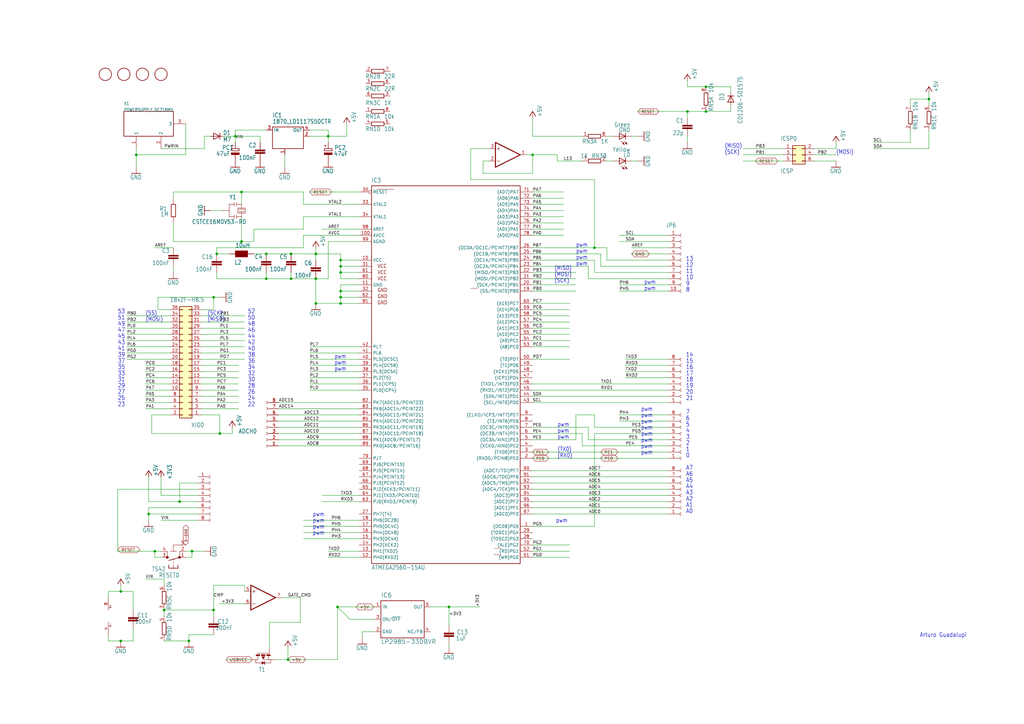
<source format=kicad_sch>
(kicad_sch (version 20211123) (generator eeschema)
  (paper "A3")
  (junction (at 60.96 210.82))
  (junction (at 184.15 248.92))
  (junction (at 109.22 104.14))
  (junction (at 99.06 78.74))
  (junction (at 139.7 121.92))
  (junction (at 139.7 119.38))
  (junction (at 129.54 124.46))
  (junction (at 73.66 205.74))
  (junction (at 139.7 124.46))
  (junction (at 77.47 262.89))
  (junction (at 55.88 63.5))
  (junction (at 129.54 114.3))
  (junction (at 88.9 104.14))
  (junction (at 87.63 121.92))
  (junction (at 119.38 114.3))
  (junction (at 281.94 45.72))
  (junction (at 243.84 101.6))
  (junction (at 118.11 270.51))
  (junction (at 138.43 248.92))
  (junction (at 87.63 250.19))
  (junction (at 63.5 226.06))
  (junction (at 90.17 177.8))
  (junction (at 119.38 104.14))
  (junction (at 96.52 55.88))
  (junction (at 109.22 114.3))
  (junction (at 139.7 106.68))
  (junction (at 218.44 63.5))
  (junction (at 381 40.64))
  (junction (at 139.7 109.22))
  (junction (at 129.54 104.14))
  (junction (at 289.56 35.56))
  (junction (at 49.53 262.89))
  (junction (at 139.7 111.76))
  (junction (at 99.06 99.06))
  (junction (at 78.74 226.06))
  (junction (at 134.62 55.88))
  (junction (at 289.56 45.72))
  (junction (at 49.53 242.57))
  (junction (at 67.31 250.19))
  (wire (pts (xy 233.68 226.06) (xy 218.44 226.06)))
  (wire (pts (xy 274.32 111.76) (xy 243.84 111.76)))
  (wire (pts (xy 321.31 66.04) (xy 304.8 66.04)))
  (wire (pts (xy 99.06 99.06) (xy 99.06 88.9)))
  (wire (pts (xy 127 55.88) (xy 134.62 55.88)))
  (wire (pts (xy 113.03 270.51) (xy 118.11 270.51)))
  (wire (pts (xy 52.07 134.62) (xy 69.85 134.62)))
  (wire (pts (xy 118.11 270.51) (xy 138.43 270.51)))
  (wire (pts (xy 88.9 114.3) (xy 88.9 111.76)))
  (wire (pts (xy 218.44 48.26) (xy 218.44 55.88)))
  (wire (pts (xy 153.67 259.08) (xy 148.59 259.08)))
  (wire (pts (xy 71.12 111.76) (xy 71.12 109.22)))
  (wire (pts (xy 52.07 129.54) (xy 69.85 129.54)))
  (wire (pts (xy 231.14 81.28) (xy 218.44 81.28)))
  (wire (pts (xy 238.76 177.8) (xy 218.44 177.8)))
  (wire (pts (xy 129.54 104.14) (xy 129.54 106.68)))
  (wire (pts (xy 134.62 228.6) (xy 147.32 228.6)))
  (wire (pts (xy 114.3 165.1) (xy 147.32 165.1)))
  (wire (pts (xy 86.36 86.36) (xy 91.44 86.36)))
  (wire (pts (xy 147.32 88.9) (xy 124.46 88.9)))
  (wire (pts (xy 83.82 55.88) (xy 86.36 55.88)))
  (wire (pts (xy 147.32 114.3) (xy 139.7 114.3)))
  (wire (pts (xy 274.32 157.48) (xy 218.44 157.48)))
  (wire (pts (xy 241.3 180.34) (xy 241.3 175.26)))
  (wire (pts (xy 243.84 73.66) (xy 193.04 73.66)))
  (wire (pts (xy 342.9 58.42) (xy 342.9 60.96)))
  (wire (pts (xy 274.32 205.74) (xy 218.44 205.74)))
  (wire (pts (xy 281.94 55.88) (xy 281.94 58.42)))
  (wire (pts (xy 143.51 254) (xy 153.67 254)))
  (wire (pts (xy 218.44 208.28) (xy 274.32 208.28)))
  (wire (pts (xy 82.55 134.62) (xy 100.33 134.62)))
  (wire (pts (xy 218.44 96.52) (xy 231.14 96.52)))
  (wire (pts (xy 274.32 172.72) (xy 254 172.72)))
  (wire (pts (xy 81.28 203.2) (xy 66.04 203.2)))
  (wire (pts (xy 138.43 270.51) (xy 138.43 248.92)))
  (wire (pts (xy 96.52 58.42) (xy 96.52 55.88)))
  (wire (pts (xy 60.96 208.28) (xy 60.96 210.82)))
  (wire (pts (xy 100.33 247.65) (xy 90.17 247.65)))
  (wire (pts (xy 124.46 220.98) (xy 147.32 220.98)))
  (wire (pts (xy 198.12 66.04) (xy 198.12 71.12)))
  (wire (pts (xy 78.74 226.06) (xy 83.82 226.06)))
  (wire (pts (xy 87.63 121.92) (xy 87.63 127)))
  (wire (pts (xy 82.55 139.7) (xy 100.33 139.7)))
  (wire (pts (xy 81.28 205.74) (xy 73.66 205.74)))
  (wire (pts (xy 106.68 55.88) (xy 96.52 55.88)))
  (wire (pts (xy 52.07 139.7) (xy 69.85 139.7)))
  (wire (pts (xy 138.43 248.92) (xy 153.67 248.92)))
  (wire (pts (xy 139.7 121.92) (xy 139.7 124.46)))
  (wire (pts (xy 62.23 170.18) (xy 69.85 170.18)))
  (wire (pts (xy 62.23 170.18) (xy 62.23 177.8)))
  (wire (pts (xy 76.2 63.5) (xy 76.2 50.8)))
  (wire (pts (xy 139.7 116.84) (xy 139.7 119.38)))
  (wire (pts (xy 373.38 40.64) (xy 381 40.64)))
  (wire (pts (xy 54.61 257.81) (xy 54.61 262.89)))
  (wire (pts (xy 114.3 182.88) (xy 147.32 182.88)))
  (wire (pts (xy 59.69 160.02) (xy 69.85 160.02)))
  (wire (pts (xy 100.33 242.57) (xy 100.33 240.03)))
  (wire (pts (xy 82.55 144.78) (xy 100.33 144.78)))
  (wire (pts (xy 132.08 205.74) (xy 147.32 205.74)))
  (wire (pts (xy 261.62 66.04) (xy 259.08 66.04)))
  (wire (pts (xy 76.2 228.6) (xy 78.74 228.6)))
  (wire (pts (xy 81.28 208.28) (xy 60.96 208.28)))
  (wire (pts (xy 334.01 66.04) (xy 342.9 66.04)))
  (wire (pts (xy 193.04 60.96) (xy 200.66 60.96)))
  (wire (pts (xy 64.77 127) (xy 64.77 121.92)))
  (wire (pts (xy 104.14 93.98) (xy 104.14 99.06)))
  (wire (pts (xy 48.26 226.06) (xy 48.26 200.66)))
  (wire (pts (xy 147.32 160.02) (xy 127 160.02)))
  (wire (pts (xy 87.63 121.92) (xy 90.17 121.92)))
  (wire (pts (xy 236.22 119.38) (xy 218.44 119.38)))
  (wire (pts (xy 139.7 106.68) (xy 139.7 104.14)))
  (wire (pts (xy 66.04 60.96) (xy 83.82 60.96)))
  (wire (pts (xy 132.08 203.2) (xy 147.32 203.2)))
  (wire (pts (xy 147.32 180.34) (xy 114.3 180.34)))
  (wire (pts (xy 218.44 195.58) (xy 274.32 195.58)))
  (wire (pts (xy 381 43.18) (xy 381 40.64)))
  (wire (pts (xy 104.14 99.06) (xy 99.06 99.06)))
  (wire (pts (xy 358.14 60.96) (xy 381 60.96)))
  (wire (pts (xy 147.32 167.64) (xy 114.3 167.64)))
  (wire (pts (xy 238.76 182.88) (xy 274.32 182.88)))
  (wire (pts (xy 274.32 104.14) (xy 259.08 104.14)))
  (wire (pts (xy 138.43 248.92) (xy 143.51 254)))
  (wire (pts (xy 139.7 119.38) (xy 139.7 121.92)))
  (wire (pts (xy 274.32 160.02) (xy 218.44 160.02)))
  (wire (pts (xy 99.06 99.06) (xy 71.12 99.06)))
  (wire (pts (xy 97.79 149.86) (xy 82.55 149.86)))
  (wire (pts (xy 52.07 132.08) (xy 69.85 132.08)))
  (wire (pts (xy 373.38 58.42) (xy 358.14 58.42)))
  (wire (pts (xy 274.32 96.52) (xy 254 96.52)))
  (wire (pts (xy 49.53 262.89) (xy 44.45 262.89)))
  (wire (pts (xy 218.44 63.5) (xy 215.9 63.5)))
  (wire (pts (xy 241.3 175.26) (xy 218.44 175.26)))
  (wire (pts (xy 71.12 78.74) (xy 99.06 78.74)))
  (wire (pts (xy 52.07 137.16) (xy 69.85 137.16)))
  (wire (pts (xy 88.9 101.6) (xy 124.46 101.6)))
  (wire (pts (xy 82.55 162.56) (xy 97.79 162.56)))
  (wire (pts (xy 289.56 45.72) (xy 281.94 45.72)))
  (wire (pts (xy 243.84 215.9) (xy 218.44 215.9)))
  (wire (pts (xy 248.92 106.68) (xy 274.32 106.68)))
  (wire (pts (xy 281.94 48.26) (xy 281.94 45.72)))
  (wire (pts (xy 274.32 165.1) (xy 218.44 165.1)))
  (wire (pts (xy 66.04 213.36) (xy 81.28 213.36)))
  (wire (pts (xy 184.15 248.92) (xy 184.15 256.54)))
  (wire (pts (xy 147.32 142.24) (xy 127 142.24)))
  (wire (pts (xy 87.63 127) (xy 82.55 127)))
  (wire (pts (xy 274.32 175.26) (xy 243.84 175.26)))
  (wire (pts (xy 87.63 240.03) (xy 100.33 240.03)))
  (wire (pts (xy 233.68 139.7) (xy 218.44 139.7)))
  (wire (pts (xy 127 157.48) (xy 147.32 157.48)))
  (wire (pts (xy 119.38 114.3) (xy 129.54 114.3)))
  (wire (pts (xy 52.07 144.78) (xy 69.85 144.78)))
  (wire (pts (xy 139.7 111.76) (xy 139.7 109.22)))
  (wire (pts (xy 119.38 114.3) (xy 109.22 114.3)))
  (wire (pts (xy 106.68 55.88) (xy 106.68 58.42)))
  (wire (pts (xy 236.22 116.84) (xy 218.44 116.84)))
  (wire (pts (xy 119.38 104.14) (xy 129.54 104.14)))
  (wire (pts (xy 198.12 71.12) (xy 218.44 71.12)))
  (wire (pts (xy 87.63 250.19) (xy 87.63 240.03)))
  (wire (pts (xy 127 53.34) (xy 134.62 53.34)))
  (wire (pts (xy 228.6 63.5) (xy 228.6 66.04)))
  (wire (pts (xy 233.68 134.62) (xy 218.44 134.62)))
  (wire (pts (xy 236.22 114.3) (xy 218.44 114.3)))
  (wire (pts (xy 110.49 265.43) (xy 110.49 255.27)))
  (wire (pts (xy 147.32 119.38) (xy 139.7 119.38)))
  (wire (pts (xy 256.54 149.86) (xy 274.32 149.86)))
  (wire (pts (xy 147.32 154.94) (xy 127 154.94)))
  (wire (pts (xy 373.38 43.18) (xy 373.38 40.64)))
  (wire (pts (xy 254 116.84) (xy 274.32 116.84)))
  (wire (pts (xy 231.14 91.44) (xy 218.44 91.44)))
  (wire (pts (xy 109.22 53.34) (xy 96.52 53.34)))
  (wire (pts (xy 248.92 101.6) (xy 248.92 106.68)))
  (wire (pts (xy 243.84 73.66) (xy 243.84 101.6)))
  (wire (pts (xy 233.68 127) (xy 218.44 127)))
  (wire (pts (xy 124.46 101.6) (xy 124.46 96.52)))
  (wire (pts (xy 124.46 96.52) (xy 147.32 96.52)))
  (wire (pts (xy 218.44 109.22) (xy 241.3 109.22)))
  (wire (pts (xy 67.31 240.03) (xy 67.31 237.49)))
  (wire (pts (xy 114.3 172.72) (xy 147.32 172.72)))
  (wire (pts (xy 116.84 63.5) (xy 116.84 68.58)))
  (wire (pts (xy 119.38 111.76) (xy 119.38 114.3)))
  (wire (pts (xy 218.44 203.2) (xy 274.32 203.2)))
  (wire (pts (xy 193.04 73.66) (xy 193.04 60.96)))
  (wire (pts (xy 231.14 78.74) (xy 218.44 78.74)))
  (wire (pts (xy 241.3 109.22) (xy 241.3 114.3)))
  (wire (pts (xy 66.04 203.2) (xy 66.04 195.58)))
  (wire (pts (xy 60.96 210.82) (xy 60.96 213.36)))
  (wire (pts (xy 176.53 248.92) (xy 184.15 248.92)))
  (wire (pts (xy 147.32 116.84) (xy 139.7 116.84)))
  (wire (pts (xy 231.14 93.98) (xy 218.44 93.98)))
  (wire (pts (xy 233.68 137.16) (xy 218.44 137.16)))
  (wire (pts (xy 54.61 242.57) (xy 54.61 250.19)))
  (wire (pts (xy 63.5 226.06) (xy 48.26 226.06)))
  (wire (pts (xy 49.53 242.57) (xy 54.61 242.57)))
  (wire (pts (xy 243.84 175.26) (xy 243.84 170.18)))
  (wire (pts (xy 123.19 255.27) (xy 110.49 255.27)))
  (wire (pts (xy 109.22 114.3) (xy 88.9 114.3)))
  (wire (pts (xy 218.44 71.12) (xy 218.44 63.5)))
  (wire (pts (xy 59.69 152.4) (xy 69.85 152.4)))
  (wire (pts (xy 139.7 106.68) (xy 147.32 106.68)))
  (wire (pts (xy 82.55 152.4) (xy 97.79 152.4)))
  (wire (pts (xy 59.69 237.49) (xy 67.31 237.49)))
  (wire (pts (xy 134.62 114.3) (xy 129.54 114.3)))
  (wire (pts (xy 95.25 177.8) (xy 95.25 175.26)))
  (wire (pts (xy 115.57 245.11) (xy 123.19 245.11)))
  (wire (pts (xy 274.32 101.6) (xy 259.08 101.6)))
  (wire (pts (xy 90.17 177.8) (xy 90.17 170.18)))
  (wire (pts (xy 274.32 119.38) (xy 254 119.38)))
  (wire (pts (xy 67.31 250.19) (xy 67.31 252.73)))
  (wire (pts (xy 119.38 104.14) (xy 109.22 104.14)))
  (wire (pts (xy 123.19 245.11) (xy 123.19 255.27)))
  (wire (pts (xy 274.32 185.42) (xy 218.44 185.42)))
  (wire (pts (xy 59.69 157.48) (xy 69.85 157.48)))
  (wire (pts (xy 218.44 63.5) (xy 228.6 63.5)))
  (wire (pts (xy 71.12 99.06) (xy 71.12 91.44)))
  (wire (pts (xy 147.32 121.92) (xy 139.7 121.92)))
  (wire (pts (xy 299.72 45.72) (xy 299.72 43.18)))
  (wire (pts (xy 147.32 109.22) (xy 139.7 109.22)))
  (wire (pts (xy 373.38 58.42) (xy 373.38 53.34)))
  (wire (pts (xy 100.33 142.24) (xy 82.55 142.24)))
  (wire (pts (xy 82.55 137.16) (xy 100.33 137.16)))
  (wire (pts (xy 55.88 63.5) (xy 55.88 68.58)))
  (wire (pts (xy 129.54 101.6) (xy 129.54 104.14)))
  (wire (pts (xy 59.69 165.1) (xy 69.85 165.1)))
  (wire (pts (xy 54.61 262.89) (xy 49.53 262.89)))
  (wire (pts (xy 236.22 111.76) (xy 218.44 111.76)))
  (wire (pts (xy 100.33 132.08) (xy 82.55 132.08)))
  (wire (pts (xy 147.32 111.76) (xy 139.7 111.76)))
  (wire (pts (xy 231.14 88.9) (xy 218.44 88.9)))
  (wire (pts (xy 233.68 228.6) (xy 218.44 228.6)))
  (wire (pts (xy 44.45 262.89) (xy 44.45 260.35)))
  (wire (pts (xy 274.32 147.32) (xy 256.54 147.32)))
  (wire (pts (xy 124.46 215.9) (xy 147.32 215.9)))
  (wire (pts (xy 254 99.06) (xy 274.32 99.06)))
  (wire (pts (xy 236.22 170.18) (xy 236.22 180.34)))
  (wire (pts (xy 81.28 210.82) (xy 60.96 210.82)))
  (wire (pts (xy 289.56 35.56) (xy 299.72 35.56)))
  (wire (pts (xy 241.3 114.3) (xy 274.32 114.3)))
  (wire (pts (xy 147.32 149.86) (xy 127 149.86)))
  (wire (pts (xy 59.69 154.94) (xy 69.85 154.94)))
  (wire (pts (xy 109.22 114.3) (xy 109.22 111.76)))
  (wire (pts (xy 64.77 127) (xy 69.85 127)))
  (wire (pts (xy 274.32 109.22) (xy 246.38 109.22)))
  (wire (pts (xy 104.14 104.14) (xy 109.22 104.14)))
  (wire (pts (xy 87.63 250.19) (xy 87.63 252.73)))
  (wire (pts (xy 49.53 242.57) (xy 44.45 242.57)))
  (wire (pts (xy 96.52 55.88) (xy 96.52 53.34)))
  (wire (pts (xy 281.94 35.56) (xy 281.94 33.02)))
  (wire (pts (xy 134.62 99.06) (xy 134.62 114.3)))
  (wire (pts (xy 71.12 81.28) (xy 71.12 78.74)))
  (wire (pts (xy 55.88 60.96) (xy 55.88 63.5)))
  (wire (pts (xy 83.82 60.96) (xy 83.82 55.88)))
  (wire (pts (xy 218.44 106.68) (xy 243.84 106.68)))
  (wire (pts (xy 118.11 270.51) (xy 118.11 265.43)))
  (wire (pts (xy 236.22 180.34) (xy 218.44 180.34)))
  (wire (pts (xy 124.46 88.9) (xy 124.46 93.98)))
  (wire (pts (xy 147.32 93.98) (xy 132.08 93.98)))
  (wire (pts (xy 63.5 228.6) (xy 66.04 228.6)))
  (wire (pts (xy 90.17 177.8) (xy 95.25 177.8)))
  (wire (pts (xy 104.14 93.98) (xy 124.46 93.98)))
  (wire (pts (xy 81.28 198.12) (xy 73.66 198.12)))
  (wire (pts (xy 281.94 45.72) (xy 261.62 45.72)))
  (wire (pts (xy 127 152.4) (xy 147.32 152.4)))
  (wire (pts (xy 59.69 149.86) (xy 69.85 149.86)))
  (wire (pts (xy 62.23 177.8) (xy 90.17 177.8)))
  (wire (pts (xy 274.32 187.96) (xy 218.44 187.96)))
  (wire (pts (xy 256.54 154.94) (xy 274.32 154.94)))
  (wire (pts (xy 218.44 101.6) (xy 243.84 101.6)))
  (wire (pts (xy 184.15 248.92) (xy 196.85 248.92)))
  (wire (pts (xy 184.15 264.16) (xy 184.15 265.43)))
  (wire (pts (xy 218.44 198.12) (xy 274.32 198.12)))
  (wire (pts (xy 100.33 129.54) (xy 82.55 129.54)))
  (wire (pts (xy 200.66 66.04) (xy 198.12 66.04)))
  (wire (pts (xy 99.06 83.82) (xy 99.06 78.74)))
  (wire (pts (xy 78.74 228.6) (xy 78.74 226.06)))
  (wire (pts (xy 127 147.32) (xy 147.32 147.32)))
  (wire (pts (xy 52.07 142.24) (xy 69.85 142.24)))
  (wire (pts (xy 238.76 177.8) (xy 238.76 182.88)))
  (wire (pts (xy 77.47 262.89) (xy 77.47 260.35)))
  (wire (pts (xy 289.56 35.56) (xy 281.94 35.56)))
  (wire (pts (xy 99.06 78.74) (xy 124.46 78.74)))
  (wire (pts (xy 129.54 104.14) (xy 139.7 104.14)))
  (wire (pts (xy 82.55 165.1) (xy 97.79 165.1)))
  (wire (pts (xy 87.63 260.35) (xy 77.47 260.35)))
  (wire (pts (xy 251.46 66.04) (xy 248.92 66.04)))
  (wire (pts (xy 73.66 205.74) (xy 60.96 205.74)))
  (wire (pts (xy 60.96 205.74) (xy 60.96 195.58)))
  (wire (pts (xy 71.12 101.6) (xy 63.5 101.6)))
  (wire (pts (xy 44.45 242.57) (xy 44.45 245.11)))
  (wire (pts (xy 124.46 213.36) (xy 147.32 213.36)))
  (wire (pts (xy 59.69 162.56) (xy 69.85 162.56)))
  (wire (pts (xy 93.98 104.14) (xy 88.9 104.14)))
  (wire (pts (xy 334.01 60.96) (xy 342.9 60.96)))
  (wire (pts (xy 321.31 63.5) (xy 304.8 63.5)))
  (wire (pts (xy 274.32 200.66) (xy 218.44 200.66)))
  (wire (pts (xy 124.46 78.74) (xy 124.46 83.82)))
  (wire (pts (xy 274.32 177.8) (xy 243.84 177.8)))
  (wire (pts (xy 147.32 175.26) (xy 114.3 175.26)))
  (wire (pts (xy 233.68 129.54) (xy 218.44 129.54)))
  (wire (pts (xy 52.07 147.32) (xy 69.85 147.32)))
  (wire (pts (xy 48.26 200.66) (xy 81.28 200.66)))
  (wire (pts (xy 243.84 170.18) (xy 236.22 170.18)))
  (wire (pts (xy 142.24 50.8) (xy 142.24 55.88)))
  (wire (pts (xy 124.46 218.44) (xy 147.32 218.44)))
  (wire (pts (xy 233.68 223.52) (xy 218.44 223.52)))
  (wire (pts (xy 139.7 124.46) (xy 129.54 124.46)))
  (wire (pts (xy 59.69 167.64) (xy 69.85 167.64)))
  (wire (pts (xy 114.3 177.8) (xy 147.32 177.8)))
  (wire (pts (xy 299.72 35.56) (xy 299.72 38.1)))
  (wire (pts (xy 55.88 63.5) (xy 76.2 63.5)))
  (wire (pts (xy 92.71 270.51) (xy 102.87 270.51)))
  (wire (pts (xy 90.17 170.18) (xy 82.55 170.18)))
  (wire (pts (xy 87.63 250.19) (xy 67.31 250.19)))
  (wire (pts (xy 49.53 240.03) (xy 49.53 242.57)))
  (wire (pts (xy 134.62 53.34) (xy 134.62 55.88)))
  (wire (pts (xy 67.31 262.89) (xy 77.47 262.89)))
  (wire (pts (xy 73.66 198.12) (xy 73.66 205.74)))
  (wire (pts (xy 147.32 170.18) (xy 114.3 170.18)))
  (wire (pts (xy 243.84 111.76) (xy 243.84 106.68)))
  (wire (pts (xy 91.44 55.88) (xy 96.52 55.88)))
  (wire (pts (xy 381 40.64) (xy 381 38.1)))
  (wire (pts (xy 246.38 109.22) (xy 246.38 104.14)))
  (wire (pts (xy 139.7 109.22) (xy 139.7 106.68)))
  (wire (pts (xy 124.46 83.82) (xy 147.32 83.82)))
  (wire (pts (xy 261.62 55.88) (xy 259.08 55.88)))
  (wire (pts (xy 274.32 180.34) (xy 241.3 180.34)))
  (wire (pts (xy 66.04 226.06) (xy 63.5 226.06)))
  (wire (pts (xy 148.59 259.08) (xy 148.59 261.62)))
  (wire (pts (xy 82.55 154.94) (xy 97.79 154.94)))
  (wire (pts (xy 233.68 124.46) (xy 218.44 124.46)))
  (wire (pts (xy 134.62 55.88) (xy 142.24 55.88)))
  (wire (pts (xy 82.55 167.64) (xy 97.79 167.64)))
  (wire (pts (xy 64.77 121.92) (xy 87.63 121.92)))
  (wire (pts (xy 82.55 157.48) (xy 97.79 157.48)))
  (wire (pts (xy 63.5 226.06) (xy 63.5 228.6)))
  (wire (pts (xy 97.79 160.02) (xy 82.55 160.02)))
  (wire (pts (xy 231.14 83.82) (xy 218.44 83.82)))
  (wire (pts (xy 147.32 144.78) (xy 127 144.78)))
  (wire (pts (xy 82.55 147.32) (xy 100.33 147.32)))
  (wire (pts (xy 251.46 55.88) (xy 248.92 55.88)))
  (wire (pts (xy 127 78.74) (xy 147.32 78.74)))
  (wire (pts (xy 147.32 99.06) (xy 134.62 99.06)))
  (wire (pts (xy 78.74 226.06) (xy 76.2 226.06)))
  (wire (pts (xy 274.32 170.18) (xy 254 170.18)))
  (wire (pts (xy 233.68 142.24) (xy 218.44 142.24)))
  (wire (pts (xy 274.32 210.82) (xy 218.44 210.82)))
  (wire (pts (xy 256.54 152.4) (xy 274.32 152.4)))
  (wire (pts (xy 228.6 66.04) (xy 238.76 66.04)))
  (wire (pts (xy 147.32 124.46) (xy 139.7 124.46)))
  (wire (pts (xy 243.84 101.6) (xy 248.92 101.6)))
  (wire (pts (xy 231.14 86.36) (xy 218.44 86.36)))
  (wire (pts (xy 218.44 104.14) (xy 246.38 104.14)))
  (wire (pts (xy 243.84 215.9) (xy 243.84 177.8)))
  (wire (pts (xy 134.62 226.06) (xy 147.32 226.06)))
  (wire (pts (xy 218.44 55.88) (xy 238.76 55.88)))
  (wire (pts (xy 88.9 104.14) (xy 88.9 101.6)))
  (wire (pts (xy 129.54 124.46) (xy 129.54 114.3)))
  (wire (pts (xy 274.32 193.04) (xy 218.44 193.04)))
  (wire (pts (xy 139.7 114.3) (xy 139.7 111.76)))
  (wire (pts (xy 233.68 132.08) (xy 218.44 132.08)))
  (wire (pts (xy 304.8 60.96) (xy 321.31 60.96)))
  (wire (pts (xy 381 53.34) (xy 381 60.96)))
  (wire (pts (xy 134.62 58.42) (xy 134.62 55.88)))
  (wire (pts (xy 289.56 45.72) (xy 299.72 45.72)))
  (wire (pts (xy 274.32 162.56) (xy 218.44 162.56)))
  (wire (pts (xy 334.01 63.5) (xy 342.9 63.5)))
  (wire (pts (xy 233.68 147.32) (xy 218.44 147.32)))
  (text "pwm" (at 137.16 152.4 180) (effects (font (size 1.6764 1.4249)) (justify left bottom)))
  (text "pwm" (at 228.6 177.8 180) (effects (font (size 1.6764 1.4249)) (justify left bottom)))
  (text "(SS)" (at 59.69 129.54 180) (effects (font (size 1.6764 1.4249)) (justify left bottom)))
  (text "3" (at 281.305 180.34 180) (effects (font (size 1.778 1.5113)) (justify left bottom)))
  (text "50" (at 101.6 131.445 180) (effects (font (size 1.778 1.5113)) (justify left bottom)))
  (text "pwm" (at 264.16 119.38 180) (effects (font (size 1.6764 1.4249)) (justify left bottom)))
  (text "52" (at 101.6 128.905 180) (effects (font (size 1.778 1.5113)) (justify left bottom)))
  (text "A5" (at 281.305 198.12 180) (effects (font (size 1.778 1.5113)) (justify left bottom)))
  (text "pwm" (at 128.27 217.17 180) (effects (font (size 1.6764 1.4249)) (justify left bottom)))
  (text "19" (at 281.305 159.385 180) (effects (font (size 1.778 1.5113)) (justify left bottom)))
  (text "18" (at 281.305 156.845 180) (effects (font (size 1.778 1.5113)) (justify left bottom)))
  (text "53" (at 48.26 128.905 180) (effects (font (size 1.778 1.5113)) (justify left bottom)))
  (text "35" (at 48.26 151.765 180) (effects (font (size 1.778 1.5113)) (justify left bottom)))
  (text "(MOSI)" (at 59.69 132.08 180) (effects (font (size 1.6764 1.4249)) (justify left bottom)))
  (text "(SCK)" (at 297.18 63.5 180) (effects (font (size 1.6764 1.4249)) (justify left bottom)))
  (text "45" (at 48.26 139.065 180) (effects (font (size 1.778 1.5113)) (justify left bottom)))
  (text "4" (at 281.305 177.8 180) (effects (font (size 1.778 1.5113)) (justify left bottom)))
  (text "47" (at 48.26 136.525 180) (effects (font (size 1.778 1.5113)) (justify left bottom)))
  (text "pwm" (at 227.965 214.63 180) (effects (font (size 1.6764 1.4249)) (justify left bottom)))
  (text "A1" (at 281.305 208.28 180) (effects (font (size 1.778 1.5113)) (justify left bottom)))
  (text "A6" (at 281.305 195.58 180) (effects (font (size 1.778 1.5113)) (justify left bottom)))
  (text "pwm" (at 262.89 181.61 180) (effects (font (size 1.6764 1.4249)) (justify left bottom)))
  (text "37" (at 48.26 149.225 180) (effects (font (size 1.778 1.5113)) (justify left bottom)))
  (text "A3" (at 281.305 203.2 180) (effects (font (size 1.778 1.5113)) (justify left bottom)))
  (text "17" (at 281.305 154.305 180) (effects (font (size 1.778 1.5113)) (justify left bottom)))
  (text "22" (at 101.6 167.005 180) (effects (font (size 1.778 1.5113)) (justify left bottom)))
  (text "(TX0)" (at 228.6 185.42 180) (effects (font (size 1.6764 1.4249)) (justify left bottom)))
  (text "(MISO)" (at 297.18 60.96 180) (effects (font (size 1.6764 1.4249)) (justify left bottom)))
  (text "0" (at 281.305 187.96 180) (effects (font (size 1.778 1.5113)) (justify left bottom)))
  (text "A4" (at 281.305 200.66 180) (effects (font (size 1.778 1.5113)) (justify left bottom)))
  (text "36" (at 101.6 149.225 180) (effects (font (size 1.778 1.5113)) (justify left bottom)))
  (text "(MISO)" (at 227.33 111.125 180) (effects (font (size 1.6764 1.4249)) (justify left bottom)))
  (text "A0" (at 281.305 210.82 180) (effects (font (size 1.778 1.5113)) (justify left bottom)))
  (text "26" (at 101.6 161.925 180) (effects (font (size 1.778 1.5113)) (justify left bottom)))
  (text "pwm" (at 262.89 173.99 180) (effects (font (size 1.6764 1.4249)) (justify left bottom)))
  (text "pwm" (at 262.89 168.91 180) (effects (font (size 1.6764 1.4249)) (justify left bottom)))
  (text "24" (at 101.6 164.465 180) (effects (font (size 1.778 1.5113)) (justify left bottom)))
  (text "46" (at 101.6 136.525 180) (effects (font (size 1.778 1.5113)) (justify left bottom)))
  (text "pwm" (at 262.89 179.07 180) (effects (font (size 1.6764 1.4249)) (justify left bottom)))
  (text "11" (at 281.305 112.395 180) (effects (font (size 1.778 1.5113)) (justify left bottom)))
  (text "(RX0)" (at 228.6 187.96 180) (effects (font (size 1.6764 1.4249)) (justify left bottom)))
  (text "13" (at 281.305 107.315 180) (effects (font (size 1.778 1.5113)) (justify left bottom)))
  (text "pwm" (at 262.89 176.53 180) (effects (font (size 1.6764 1.4249)) (justify left bottom)))
  (text "A7" (at 281.305 193.04 180) (effects (font (size 1.778 1.5113)) (justify left bottom)))
  (text "10" (at 281.305 114.935 180) (effects (font (size 1.778 1.5113)) (justify left bottom)))
  (text "(MISO)" (at 85.09 132.08 180) (effects (font (size 1.6764 1.4249)) (justify left bottom)))
  (text "pwm" (at 264.16 116.84 180) (effects (font (size 1.6764 1.4249)) (justify left bottom)))
  (text "14" (at 281.305 146.685 180) (effects (font (size 1.778 1.5113)) (justify left bottom)))
  (text "27" (at 48.26 161.925 180) (effects (font (size 1.778 1.5113)) (justify left bottom)))
  (text "15" (at 281.305 149.225 180) (effects (font (size 1.778 1.5113)) (justify left bottom)))
  (text "51" (at 48.26 131.445 180) (effects (font (size 1.778 1.5113)) (justify left bottom)))
  (text "49" (at 48.26 133.985 180) (effects (font (size 1.778 1.5113)) (justify left bottom)))
  (text "pwm" (at 236.22 101.6 180) (effects (font (size 1.6764 1.4249)) (justify left bottom)))
  (text "pwm" (at 236.22 104.14 180) (effects (font (size 1.6764 1.4249)) (justify left bottom)))
  (text "8" (at 281.305 120.015 180) (effects (font (size 1.778 1.5113)) (justify left bottom)))
  (text "Arturo Guadalupi" (at 377.19 261.62 180) (effects (font (size 1.778 1.5113)) (justify left bottom)))
  (text "33" (at 48.26 154.305 180) (effects (font (size 1.778 1.5113)) (justify left bottom)))
  (text "6" (at 281.305 172.72 180) (effects (font (size 1.778 1.5113)) (justify left bottom)))
  (text "pwm" (at 236.22 109.22 180) (effects (font (size 1.6764 1.4249)) (justify left bottom)))
  (text "29" (at 48.26 159.385 180) (effects (font (size 1.778 1.5113)) (justify left bottom)))
  (text "31" (at 48.26 156.845 180) (effects (font (size 1.778 1.5113)) (justify left bottom)))
  (text "23" (at 48.26 167.005 180) (effects (font (size 1.778 1.5113)) (justify left bottom)))
  (text "39" (at 48.26 146.685 180) (effects (font (size 1.778 1.5113)) (justify left bottom)))
  (text "pwm" (at 137.16 149.86 180) (effects (font (size 1.6764 1.4249)) (justify left bottom)))
  (text "pwm" (at 262.89 171.45 180) (effects (font (size 1.6764 1.4249)) (justify left bottom)))
  (text "1" (at 281.305 185.42 180) (effects (font (size 1.778 1.5113)) (justify left bottom)))
  (text "5" (at 281.305 175.26 180) (effects (font (size 1.778 1.5113)) (justify left bottom)))
  (text "41" (at 48.26 144.145 180) (effects (font (size 1.778 1.5113)) (justify left bottom)))
  (text "pwm" (at 128.27 219.71 180) (effects (font (size 1.6764 1.4249)) (justify left bottom)))
  (text "pwm" (at 236.22 106.68 180) (effects (font (size 1.6764 1.4249)) (justify left bottom)))
  (text "pwm" (at 228.6 175.26 180) (effects (font (size 1.6764 1.4249)) (justify left bottom)))
  (text "25" (at 48.26 164.465 180) (effects (font (size 1.778 1.5113)) (justify left bottom)))
  (text "pwm" (at 228.6 180.34 180) (effects (font (size 1.6764 1.4249)) (justify left bottom)))
  (text "38" (at 101.6 146.685 180) (effects (font (size 1.778 1.5113)) (justify left bottom)))
  (text "32" (at 101.6 154.305 180) (effects (font (size 1.778 1.5113)) (justify left bottom)))
  (text "(MOSI)" (at 342.9 63.5 180) (effects (font (size 1.6764 1.4249)) (justify left bottom)))
  (text "7" (at 281.305 170.18 180) (effects (font (size 1.778 1.5113)) (justify left bottom)))
  (text "28" (at 101.6 159.385 180) (effects (font (size 1.778 1.5113)) (justify left bottom)))
  (text "pwm" (at 262.89 184.15 180) (effects (font (size 1.6764 1.4249)) (justify left bottom)))
  (text "pwm" (at 128.27 212.09 180) (effects (font (size 1.6764 1.4249)) (justify left bottom)))
  (text "pwm" (at 262.89 186.69 180) (effects (font (size 1.6764 1.4249)) (justify left bottom)))
  (text "A2" (at 281.305 205.74 180) (effects (font (size 1.778 1.5113)) (justify left bottom)))
  (text "34" (at 101.6 151.765 180) (effects (font (size 1.778 1.5113)) (justify left bottom)))
  (text "43" (at 48.26 141.605 180) (effects (font (size 1.778 1.5113)) (justify left bottom)))
  (text "20" (at 281.305 161.925 180) (effects (font (size 1.778 1.5113)) (justify left bottom)))
  (text "(SCK)" (at 85.09 129.54 180) (effects (font (size 1.6764 1.4249)) (justify left bottom)))
  (text "48" (at 101.6 133.985 180) (effects (font (size 1.778 1.5113)) (justify left bottom)))
  (text "2" (at 281.305 182.88 180) (effects (font (size 1.778 1.5113)) (justify left bottom)))
  (text "(MOSI)" (at 227.33 113.665 180) (effects (font (size 1.6764 1.4249)) (justify left bottom)))
  (text "21" (at 281.305 164.465 180) (effects (font (size 1.778 1.5113)) (justify left bottom)))
  (text "40" (at 101.6 144.145 180) (effects (font (size 1.778 1.5113)) (justify left bottom)))
  (text "44" (at 101.6 139.065 180) (effects (font (size 1.778 1.5113)) (justify left bottom)))
  (text "30" (at 101.6 156.845 180) (effects (font (size 1.778 1.5113)) (justify left bottom)))
  (text "42" (at 101.6 141.605 180) (effects (font (size 1.778 1.5113)) (justify left bottom)))
  (text "9" (at 281.305 117.475 180) (effects (font (size 1.778 1.5113)) (justify left bottom)))
  (text "16" (at 281.305 151.765 180) (effects (font (size 1.778 1.5113)) (justify left bottom)))
  (text "(SCK)" (at 227.33 116.205 180) (effects (font (size 1.6764 1.4249)) (justify left bottom)))
  (text "pwm" (at 137.16 147.32 180) (effects (font (size 1.6764 1.4249)) (justify left bottom)))
  (text "12" (at 281.305 109.855 180) (effects (font (size 1.778 1.5113)) (justify left bottom)))
  (text "pwm" (at 128.27 214.63 180) (effects (font (size 1.6764 1.4249)) (justify left bottom)))
  (label "AVCC" (at 134.62 96.52 0) (effects (font (size 1.2446 1.2446))))
  (label "ADC10" (at 130.81 177.8 180) (effects (font (size 1.2446 1.2446))))
  (label "PC4" (at 59.69 154.94 0) (effects (font (size 1.2446 1.2446))))
  (label "PB4" (at 218.44 109.22 0) (effects (font (size 1.1735 1.1735))))
  (label "PE3" (at 259.08 175.26 0) (effects (font (size 1.2446 1.2446))))
  (label "PL0" (at 52.07 134.62 0) (effects (font (size 1.2446 1.2446))))
  (label "PC6" (at 59.69 157.48 0) (effects (font (size 1.2446 1.2446))))
  (label "SDA" (at 218.44 162.56 0) (effects (font (size 1.2446 1.2446))))
  (label "ADC13" (at 130.81 170.18 180) (effects (font (size 1.2446 1.2446))))
  (label "PA0" (at 218.44 96.52 0) (effects (font (size 1.2446 1.2446))))
  (label "PB3" (at 309.88 60.96 0) (effects (font (size 1.2446 1.2446))))
  (label "TXD1" (at 246.38 157.48 0) (effects (font (size 1.2446 1.2446))))
  (label "PH5" (at 135.89 215.9 0) (effects (font (size 1.2446 1.2446))))
  (label "SDA" (at 358.14 60.96 0) (effects (font (size 1.2446 1.2446))))
  (label "TXD3" (at 256.54 147.32 0) (effects (font (size 1.2446 1.2446))))
  (label "PC0" (at 218.44 142.24 0) (effects (font (size 1.2446 1.2446))))
  (label "PE4" (at 256.54 182.88 0) (effects (font (size 1.2446 1.2446))))
  (label "PC2" (at 59.69 152.4 0) (effects (font (size 1.2446 1.2446))))
  (label "PB3" (at 90.17 132.08 0) (effects (font (size 1.2446 1.2446))))
  (label "+3V3" (at 196.85 248.92 90) (effects (font (size 1.2446 1.2446))))
  (label "PB1" (at 90.17 129.54 0) (effects (font (size 1.2446 1.2446))))
  (label "ADC5" (at 246.38 198.12 180) (effects (font (size 1.2446 1.2446))))
  (label "PH3" (at 135.89 220.98 0) (effects (font (size 1.2446 1.2446))))
  (label "PL3" (at 127 152.4 0) (effects (font (size 1.2446 1.2446))))
  (label "PG5" (at 218.44 215.9 0) (effects (font (size 1.2446 1.2446))))
  (label "RXD3" (at 256.54 149.86 0) (effects (font (size 1.2446 1.2446))))
  (label "PE5" (at 257.81 180.34 0) (effects (font (size 1.2446 1.2446))))
  (label "PL7" (at 127 142.24 0) (effects (font (size 1.2446 1.2446))))
  (label "ADC2" (at 246.38 205.74 180) (effects (font (size 1.2446 1.2446))))
  (label "PB5" (at 218.44 106.68 0) (effects (font (size 1.1735 1.1735))))
  (label "TXD2" (at 256.54 152.4 0) (effects (font (size 1.2446 1.2446))))
  (label "RXD1" (at 246.38 160.02 0) (effects (font (size 1.2446 1.2446))))
  (label "SCL" (at 256.54 96.52 0) (effects (font (size 1.2446 1.2446))))
  (label "ADC6" (at 246.38 195.58 180) (effects (font (size 1.2446 1.2446))))
  (label "PC7" (at 218.44 124.46 0) (effects (font (size 1.2446 1.2446))))
  (label "VIN" (at 96.52 57.15 0) (effects (font (size 1.2446 1.2446))))
  (label "ADC11" (at 130.81 175.26 180) (effects (font (size 1.2446 1.2446))))
  (label "SCL" (at 358.14 58.42 0) (effects (font (size 1.2446 1.2446))))
  (label "PH6" (at 254 116.84 0) (effects (font (size 1.2446 1.2446))))
  (label "PH6" (at 135.89 213.36 0) (effects (font (size 1.2446 1.2446))))
  (label "ADC4" (at 246.38 200.66 180) (effects (font (size 1.2446 1.2446))))
  (label "TXD3" (at 139.7 203.2 0) (effects (font (size 1.2446 1.2446))))
  (label "PB2" (at 218.44 114.3 0) (effects (font (size 1.2446 1.2446))))
  (label "ADC0" (at 246.38 210.82 180) (effects (font (size 1.2446 1.2446))))
  (label "PD7" (at 90.17 147.32 0) (effects (font (size 1.2446 1.2446))))
  (label "L13" (at 231.14 66.04 0) (effects (font (size 1.2446 1.2446))))
  (label "PB0" (at 218.44 119.38 0) (effects (font (size 1.2446 1.2446))))
  (label "PA4" (at 88.9 162.56 0) (effects (font (size 1.2446 1.2446))))
  (label "PC3" (at 88.9 152.4 0) (effects (font (size 1.2446 1.2446))))
  (label "PA5" (at 218.44 83.82 0) (effects (font (size 1.2446 1.2446))))
  (label "PB0" (at 52.07 129.54 0) (effects (font (size 1.2446 1.2446))))
  (label "VIN" (at 59.69 237.49 0) (effects (font (size 1.2446 1.2446))))
  (label "AREF" (at 259.08 101.6 0) (effects (font (size 1.2446 1.2446))))
  (label "PG2" (at 52.07 147.32 0) (effects (font (size 1.2446 1.2446))))
  (label "AREF" (at 63.5 101.6 0) (effects (font (size 1.2446 1.2446))))
  (label "PL1" (at 90.17 134.62 0) (effects (font (size 1.2446 1.2446))))
  (label "PA5" (at 59.69 162.56 0) (effects (font (size 1.2446 1.2446))))
  (label "PG1" (at 90.17 144.78 0) (effects (font (size 1.2446 1.2446))))
  (label "PL4" (at 52.07 139.7 0) (effects (font (size 1.2446 1.2446))))
  (label "ADC1" (at 246.38 208.28 180) (effects (font (size 1.2446 1.2446))))
  (label "PC1" (at 218.44 139.7 0) (effects (font (size 1.2446 1.2446))))
  (label "ADC15" (at 114.3 165.1 0) (effects (font (size 1.2446 1.2446))))
  (label "PH4" (at 254 170.18 0) (effects (font (size 1.2446 1.2446))))
  (label "PC1" (at 88.9 149.86 0) (effects (font (size 1.2446 1.2446))))
  (label "RXD2" (at 134.62 228.6 0) (effects (font (size 1.2446 1.2446))))
  (label "PA7" (at 59.69 160.02 0) (effects (font (size 1.2446 1.2446))))
  (label "PC7" (at 88.9 157.48 0) (effects (font (size 1.2446 1.2446))))
  (label "PWRIN" (at 67.31 60.96 0) (effects (font (size 1.2446 1.2446))))
  (label "PB7" (at 218.44 101.6 0) (effects (font (size 1.1735 1.1735))))
  (label "RXD2" (at 256.54 154.94 0) (effects (font (size 1.2446 1.2446))))
  (label "PE3" (at 218.44 180.34 0) (effects (font (size 1.1735 1.1735))))
  (label "PH5" (at 254 119.38 0) (effects (font (size 1.2446 1.2446))))
  (label "PE4" (at 218.44 177.8 0) (effects (font (size 1.1735 1.1735))))
  (label "GATE_CMD" (at 118.11 245.11 0) (effects (font (size 1.2446 1.2446))))
  (label "PG0" (at 52.07 144.78 0) (effects (font (size 1.2446 1.2446))))
  (label "+3V3" (at 184.15 252.73 0) (effects (font (size 1.2446 1.2446))))
  (label "TXD2" (at 134.62 226.06 0) (effects (font (size 1.2446 1.2446))))
  (label "PC0" (at 59.69 149.86 0) (effects (font (size 1.2446 1.2446))))
  (label "PA1" (at 218.44 93.98 0) (effects (font (size 1.2446 1.2446))))
  (label "PA6" (at 218.44 81.28 0) (effects (font (size 1.2446 1.2446))))
  (label "RXD3" (at 139.7 205.74 0) (effects (font (size 1.2446 1.2446))))
  (label "PG2" (at 218.44 223.52 0) (effects (font (size 1.2446 1.2446))))
  (label "PB3" (at 218.44 111.76 0) (effects (font (size 1.2446 1.2446))))
  (label "PC3" (at 218.44 134.62 0) (effects (font (size 1.2446 1.2446))))
  (label "PL2" (at 127 154.94 0) (effects (font (size 1.2446 1.2446))))
  (label "PA2" (at 218.44 91.44 0) (effects (font (size 1.2446 1.2446))))
  (label "ADC9" (at 130.81 180.34 180) (effects (font (size 1.2446 1.2446))))
  (label "PA3" (at 59.69 165.1 0) (effects (font (size 1.2446 1.2446))))
  (label "PA2" (at 88.9 165.1 0) (effects (font (size 1.2446 1.2446))))
  (label "PA4" (at 218.44 86.36 0) (effects (font (size 1.2446 1.2446))))
  (label "PB1" (at 309.88 63.5 0) (effects (font (size 1.2446 1.2446))))
  (label "ADC3" (at 246.38 203.2 180) (effects (font (size 1.2446 1.2446))))
  (label "ADC8" (at 130.81 182.88 180) (effects (font (size 1.2446 1.2446))))
  (label "ADC14" (at 114.3 167.64 0) (effects (font (size 1.2446 1.2446))))
  (label "PA1" (at 59.69 167.64 0) (effects (font (size 1.2446 1.2446))))
  (label "PB6" (at 218.44 104.14 0) (effects (font (size 1.1735 1.1735))))
  (label "CMP" (at 87.63 245.11 0) (effects (font (size 1.2446 1.2446))))
  (label "+3V3" (at 90.805 247.65 0) (effects (font (size 1.2446 1.2446))))
  (label "AREF" (at 134.62 93.98 0) (effects (font (size 1.2446 1.2446))))
  (label "PL3" (at 90.17 137.16 0) (effects (font (size 1.2446 1.2446))))
  (label "PL4" (at 127 149.86 0) (effects (font (size 1.2446 1.2446))))
  (label "PG0" (at 218.44 228.6 0) (effects (font (size 1.2446 1.2446))))
  (label "PA3" (at 218.44 88.9 0) (effects (font (size 1.2446 1.2446))))
  (label "PC5" (at 218.44 129.54 0) (effects (font (size 1.2446 1.2446))))
  (label "PE5" (at 218.44 175.26 0) (effects (font (size 1.1735 1.1735))))
  (label "PG5" (at 259.08 177.8 0) (effects (font (size 1.2446 1.2446))))
  (label "PL5" (at 90.17 139.7 0) (effects (font (size 1.2446 1.2446))))
  (label "PL7" (at 90.17 142.24 0) (effects (font (size 1.2446 1.2446))))
  (label "PH4" (at 135.89 218.44 0) (effects (font (size 1.2446 1.2446))))
  (label "PC4" (at 218.44 132.08 0) (effects (font (size 1.2446 1.2446))))
  (label "PB2" (at 335.28 63.5 0) (effects (font (size 1.2446 1.2446))))
  (label "XTAL1" (at 134.62 88.9 0) (effects (font (size 1.2446 1.2446))))
  (label "PL6" (at 52.07 142.24 0) (effects (font (size 1.2446 1.2446))))
  (label "XTAL2" (at 134.62 83.82 0) (effects (font (size 1.2446 1.2446))))
  (label "PD7" (at 218.44 147.32 0) (effects (font (size 1.2446 1.2446))))
  (label "VIN" (at 66.04 213.36 0) (effects (font (size 1.2446 1.2446))))
  (label "SDA" (at 256.54 99.06 0) (effects (font (size 1.2446 1.2446))))
  (label "PC2" (at 218.44 137.16 0) (effects (font (size 1.2446 1.2446))))
  (label "PH3" (at 254 172.72 0) (effects (font (size 1.2446 1.2446))))
  (label "PA6" (at 88.9 160.02 0) (effects (font (size 1.2446 1.2446))))
  (label "PL1" (at 127 157.48 0) (effects (font (size 1.2446 1.2446))))
  (label "PL5" (at 127 147.32 0) (effects (font (size 1.2446 1.2446))))
  (label "SCL" (at 218.44 165.1 0) (effects (font (size 1.2446 1.2446))))
  (label "PL2" (at 52.07 137.16 0) (effects (font (size 1.2446 1.2446))))
  (label "PL0" (at 127 160.02 0) (effects (font (size 1.2446 1.2446))))
  (label "PB2" (at 52.07 132.08 0) (effects (font (size 1.2446 1.2446))))
  (label "PC5" (at 88.9 154.94 0) (effects (font (size 1.2446 1.2446))))
  (label "PA7" (at 218.44 78.74 0) (effects (font (size 1.2446 1.2446))))
  (label "ADC7" (at 246.38 193.04 180) (effects (font (size 1.2446 1.2446))))
  (label "PG1" (at 218.44 226.06 0) (effects (font (size 1.2446 1.2446))))
  (label "PC6" (at 218.44 127 0) (effects (font (size 1.2446 1.2446))))
  (label "ADC12" (at 130.81 172.72 180) (effects (font (size 1.2446 1.2446))))
  (label "PL6" (at 127 144.78 0) (effects (font (size 1.2446 1.2446))))
  (label "PB1" (at 218.44 116.84 0) (effects (font (size 1.2446 1.2446))))
  (label "PA0" (at 88.9 167.64 0) (effects (font (size 1.2446 1.2446))))
  (global_label "PE0" (shape bidirectional) (at 218.44 187.96 0) (effects (font (size 1.1735 1.1735))) (property "Références Inter-Feuilles" "${INTERSHEET_REFS}" (effects hide)))
  (global_label "RESET" (shape bidirectional) (at 261.62 45.72 0) (effects (font (size 1.1735 1.1735))) (property "Références Inter-Feuilles" "${INTERSHEET_REFS}" (effects hide)))
  (global_label "PE1" (shape bidirectional) (at 218.44 185.42 0) (effects (font (size 1.1735 1.1735))) (property "Références Inter-Feuilles" "${INTERSHEET_REFS}" (effects hide)))
  (global_label "RESET" (shape bidirectional) (at 127 78.74 0) (effects (font (size 1.2446 1.2446))) (property "Références Inter-Feuilles" "${INTERSHEET_REFS}" (effects hide)))
  (global_label "USBVCC" (shape bidirectional) (at 92.71 270.51 0) (effects (font (size 1.2446 1.2446))) (property "Références Inter-Feuilles" "${INTERSHEET_REFS}" (effects hide)))
  (global_label "RESET" (shape bidirectional) (at 48.26 225.425 0) (effects (font (size 1.2446 1.2446))) (property "Références Inter-Feuilles" "${INTERSHEET_REFS}" (effects hide)))
  (global_label "+5V" (shape bidirectional) (at 118.11 270.51 0) (effects (font (size 1.2446 1.2446))) (property "Références Inter-Feuilles" "${INTERSHEET_REFS}" (effects hide)))
  (global_label "GND" (shape bidirectional) (at 259.08 104.14 0) (effects (font (size 1.2446 1.2446))) (property "Références Inter-Feuilles" "${INTERSHEET_REFS}" (effects hide)))
  (global_label "5-GND" (shape bidirectional) (at 76.2 223.52 90) (effects (font (size 1.016 1.016))) (property "Références Inter-Feuilles" "${INTERSHEET_REFS}" (effects hide)))
  (global_label "+5V" (shape bidirectional) (at 146.05 248.92 0) (effects (font (size 1.2446 1.2446))) (property "Références Inter-Feuilles" "${INTERSHEET_REFS}" (effects hide)))
  (global_label "RESET" (shape bidirectional) (at 309.88 66.04 0) (effects (font (size 1.2446 1.2446))) (property "Références Inter-Feuilles" "${INTERSHEET_REFS}" (effects hide)))
  (global_label "PE0" (shape bidirectional) (at 246.38 187.96 0) (effects (font (size 1.2446 1.2446))) (property "Références Inter-Feuilles" "${INTERSHEET_REFS}" (effects hide)))
  (global_label "PE1" (shape bidirectional) (at 246.38 185.42 0) (effects (font (size 1.2446 1.2446))) (property "Références Inter-Feuilles" "${INTERSHEET_REFS}" (effects hide)))
  (symbol (lib_id "MEGA2560_Rev3e-eagle-import:1870_LD1117S50CTR") (at 116.84 58.42 0) (unit 1)
    (property "Reference" "IC1" (at 111.76 48.26 0) (effects (font (size 1.778 1.5113)) (justify left bottom)))
    (property "Value" "1870_LD1117S50CTR" (at 111.76 50.8 0) (effects (font (size 1.778 1.5113)) (justify left bottom)))
    (property "Footprint" "Package_TO_SOT_SMD:SOT-223" (effects hide))
  )
  (symbol (lib_id "MEGA2560_Rev3e-eagle-import:FIDUCIALMOUNT") (at 66.04 30.48 0) (unit 1)
    (property "Reference" "FD4" (effects hide))
    (property "Value" "FIDUCIALMOUNT" (effects hide))
    (property "Footprint" "Fiducial:Fiducial_1mm_Mask3mm" (effects hide))
  )
  (symbol (lib_id "MEGA2560_Rev3e-eagle-import:0023_ATMEGA2560-16AU") (at 182.88 154.94 0) (unit 1)
    (property "Reference" "IC3" (at 152.4 74.93 0) (effects (font (size 1.778 1.5113)) (justify left bottom)))
    (property "Value" "ATMEGA2560-15AU" (at 152.4 233.68 0) (effects (font (size 1.778 1.5113)) (justify left bottom)))
    (property "Footprint" "Package_QFP:TQFP-100_14x14mm_P0.5mm" (effects hide))
  )
  (symbol (lib_id "Connector:Conn_01x08_Female") (at 279.4 157.48 0) (mirror x) (unit 1)
    (property "Reference" "COMMUNICATION0" (effects hide))
    (property "Value" "FH254-108DF08500V" (effects hide))
    (property "Footprint" "Connector_PinSocket_2.54mm:PinSocket_1x08_P2.54mm_Vertical" (effects hide))
  )
  (symbol (lib_id "MEGA2560_Rev3e-eagle-import:0297_PMV48XP") (at 107.95 270.51 90) (mirror x) (unit 1)
    (property "Reference" "T1" (at 106.045 273.685 90) (effects (font (size 1.778 1.5113)) (justify right top)))
    (property "Value" "PMV48XP" (at 100.965 276.225 90) (effects (font (size 1.778 1.5113)) (justify right top)))
    (property "Footprint" "Package_TO_SOT_SMD:SOT-23" (effects hide))
  )
  (symbol (lib_id "MEGA2560_Rev3e-eagle-import:+5V") (at 381 35.56 0) (unit 1)
    (property "Reference" "#P+08" (effects hide))
    (property "Value" "+5V" (at 382.905 33.02 90) (effects (font (size 1.778 1.5113)) (justify right top)))
    (property "Footprint" "MEGA2560_Rev3e:" (effects hide))
  )
  (symbol (lib_id "MEGA2560_Rev3e-eagle-import:GND") (at 129.54 127 0) (unit 1)
    (property "Reference" "#GND02" (effects hide))
    (property "Value" "GND" (at 127 129.54 0) (effects (font (size 1.778 1.5113)) (justify left bottom)))
    (property "Footprint" "MEGA2560_Rev3e:" (effects hide))
  )
  (symbol (lib_id "MEGA2560_Rev3e-eagle-import:GND") (at 55.88 71.12 0) (unit 1)
    (property "Reference" "#GND019" (effects hide))
    (property "Value" "GND" (at 53.34 73.66 0) (effects (font (size 1.778 1.5113)) (justify left bottom)))
    (property "Footprint" "MEGA2560_Rev3e:" (effects hide))
  )
  (symbol (lib_id "MEGA2560_Rev3e-eagle-import:0015_100NF_0603") (at 71.12 104.14 0) (mirror y) (unit 1)
    (property "Reference" "C3" (at 69.596 103.759 0) (effects (font (size 1.778 1.5113)) (justify left bottom)))
    (property "Value" "100nF" (at 69.596 108.839 0) (effects (font (size 1.778 1.5113)) (justify left bottom)))
    (property "Footprint" "Capacitor_SMD:C_0603_1608Metric_Pad1.08x0.95mm_HandSolder" (effects hide))
  )
  (symbol (lib_id "MEGA2560_Rev3e-eagle-import:+5V") (at 49.53 237.49 0) (unit 1)
    (property "Reference" "#P+02" (effects hide))
    (property "Value" "+5V" (at 51.435 234.95 90) (effects (font (size 1.778 1.5113)) (justify right top)))
    (property "Footprint" "MEGA2560_Rev3e:" (effects hide))
  )
  (symbol (lib_id "MEGA2560_Rev3e-eagle-import:GND") (at 148.59 264.16 0) (unit 1)
    (property "Reference" "#GND030" (effects hide))
    (property "Value" "GND" (at 146.05 266.7 0) (effects (font (size 1.778 1.5113)) (justify left bottom)))
    (property "Footprint" "MEGA2560_Rev3e:" (effects hide))
  )
  (symbol (lib_id "MEGA2560_Rev3e-eagle-import:GND") (at 83.82 86.36 270) (unit 1)
    (property "Reference" "#GND020" (effects hide))
    (property "Value" "GND" (at 81.28 83.82 0) (effects (font (size 1.778 1.5113)) (justify left bottom)))
    (property "Footprint" "MEGA2560_Rev3e:" (effects hide))
  )
  (symbol (lib_id "MEGA2560_Rev3e-eagle-import:0015_100NF_0603") (at 88.9 106.68 0) (mirror y) (unit 1)
    (property "Reference" "C16" (at 87.376 106.299 0) (effects (font (size 1.778 1.5113)) (justify left bottom)))
    (property "Value" "100nF" (at 87.376 111.379 0) (effects (font (size 1.778 1.5113)) (justify left bottom)))
    (property "Footprint" "Capacitor_SMD:C_0603_1608Metric_Pad1.08x0.95mm_HandSolder" (effects hide))
  )
  (symbol (lib_id "MEGA2560_Rev3e-eagle-import:GND") (at 60.96 215.9 0) (unit 1)
    (property "Reference" "#GND05" (effects hide))
    (property "Value" "GND" (at 58.42 218.44 0) (effects (font (size 1.778 1.5113)) (justify left bottom)))
    (property "Footprint" "MEGA2560_Rev3e:" (effects hide))
  )
  (symbol (lib_id "MEGA2560_Rev3e-eagle-import:GND") (at 86.36 226.06 90) (unit 1)
    (property "Reference" "#GND012" (effects hide))
    (property "Value" "GND" (at 88.9 228.6 0) (effects (font (size 1.778 1.5113)) (justify left bottom)))
    (property "Footprint" "MEGA2560_Rev3e:" (effects hide))
  )
  (symbol (lib_id "MEGA2560_Rev3e-eagle-import:+5V") (at 95.25 172.72 0) (unit 1)
    (property "Reference" "#P+012" (effects hide))
    (property "Value" "+5V" (at 97.155 170.18 90) (effects (font (size 1.778 1.5113)) (justify right top)))
    (property "Footprint" "MEGA2560_Rev3e:" (effects hide))
  )
  (symbol (lib_id "MEGA2560_Rev3e-eagle-import:0006_1UF_0603{slash}GRM188R61E105KA12D") (at 184.15 261.62 180) (unit 1)
    (property "Reference" "C13" (at 187.325 260.223 0) (effects (font (size 1.778 1.5113)) (justify right top)))
    (property "Value" "1uF" (at 186.944 262.763 0) (effects (font (size 1.778 1.5113)) (justify right top)))
    (property "Footprint" "Capacitor_SMD:C_0603_1608Metric_Pad1.08x0.95mm_HandSolder" (effects hide))
  )
  (symbol (lib_id "MEGA2560_Rev3e-eagle-import:0014_22PF_0603") (at 281.94 50.8 0) (mirror y) (unit 1)
    (property "Reference" "C1" (at 280.416 50.419 0) (effects (font (size 1.778 1.5113)) (justify left bottom)))
    (property "Value" "22p" (at 280.416 55.499 0) (effects (font (size 1.778 1.5113)) (justify left bottom)))
    (property "Footprint" "Capacitor_SMD:C_0603_1608Metric_Pad1.08x0.95mm_HandSolder" (effects hide))
  )
  (symbol (lib_id "MEGA2560_Rev3e-eagle-import:0113_47UF") (at 134.62 60.96 0) (unit 1)
    (property "Reference" "PC2" (at 137.16 61.4934 0) (effects (font (size 1.778 1.5113)) (justify left bottom)))
    (property "Value" "47uF" (at 136.906 64.0334 0) (effects (font (size 1.778 1.5113)) (justify left bottom)))
    (property "Footprint" "Capacitor_SMD:CP_Elec_5x4.4" (effects hide))
  )
  (symbol (lib_id "MEGA2560_Rev3e-eagle-import:0016_064R_10K_{slash}_CAY16-103J4LF") (at 289.56 40.64 90) (unit 1)
    (property "Reference" "RN5" (at 292.608 45.72 0) (effects (font (size 1.778 1.5113)) (justify left bottom)))
    (property "Value" "10k" (at 292.608 38.1 0) (effects (font (size 1.778 1.5113)) (justify left bottom)))
    (property "Footprint" "MEGA2560_Rev3e:CAY16" (effects hide))
  )
  (symbol (lib_id "MEGA2560_Rev3e-eagle-import:0016_064R_10K_{slash}_CAY16-103J4LF") (at 381 48.26 90) (unit 3)
    (property "Reference" "RN1" (at 384.048 53.34 0) (effects (font (size 1.778 1.5113)) (justify left bottom)))
    (property "Value" "10k" (at 384.048 45.72 0) (effects (font (size 1.778 1.5113)) (justify left bottom)))
    (property "Footprint" "MEGA2560_Rev3e:CAY16" (effects hide))
  )
  (symbol (lib_id "MEGA2560_Rev3e-eagle-import:FIDUCIALMOUNT") (at 58.42 30.48 0) (unit 1)
    (property "Reference" "FD3" (effects hide))
    (property "Value" "FIDUCIALMOUNT" (effects hide))
    (property "Footprint" "Fiducial:Fiducial_1mm_Mask3mm" (effects hide))
  )
  (symbol (lib_id "MEGA2560_Rev3e-eagle-import:0015_100NF_0603") (at 119.38 106.68 0) (mirror y) (unit 1)
    (property "Reference" "C5" (at 117.856 106.299 0) (effects (font (size 1.778 1.5113)) (justify left bottom)))
    (property "Value" "100nF" (at 117.856 111.379 0) (effects (font (size 1.778 1.5113)) (justify left bottom)))
    (property "Footprint" "Capacitor_SMD:C_0603_1608Metric_Pad1.08x0.95mm_HandSolder" (effects hide))
  )
  (symbol (lib_id "MEGA2560_Rev3e-eagle-import:0015_100NF_0603") (at 129.54 109.22 0) (mirror y) (unit 1)
    (property "Reference" "C6" (at 128.016 108.839 0) (effects (font (size 1.778 1.5113)) (justify left bottom)))
    (property "Value" "100nF" (at 128.016 113.919 0) (effects (font (size 1.778 1.5113)) (justify left bottom)))
    (property "Footprint" "Capacitor_SMD:C_0603_1608Metric_Pad1.08x0.95mm_HandSolder" (effects hide))
  )
  (symbol (lib_id "MEGA2560_Rev3e-eagle-import:0015_100NF_0603") (at 106.68 60.96 0) (mirror y) (unit 1)
    (property "Reference" "C2" (at 105.156 60.579 0) (effects (font (size 1.778 1.5113)) (justify left bottom)))
    (property "Value" "100nF" (at 105.156 65.659 0) (effects (font (size 1.778 1.5113)) (justify left bottom)))
    (property "Footprint" "Capacitor_SMD:C_0603_1608Metric_Pad1.08x0.95mm_HandSolder" (effects hide))
  )
  (symbol (lib_id "MEGA2560_Rev3e-eagle-import:0016_064R_10K_{slash}_CAY16-103J4LF") (at 67.31 245.11 90) (unit 3)
    (property "Reference" "RN5" (at 70.358 250.19 0) (effects (font (size 1.778 1.5113)) (justify left bottom)))
    (property "Value" "10k" (at 70.358 242.57 0) (effects (font (size 1.778 1.5113)) (justify left bottom)))
    (property "Footprint" "MEGA2560_Rev3e:CAY16" (effects hide))
  )
  (symbol (lib_id "MEGA2560_Rev3e-eagle-import:GND") (at 264.16 66.04 90) (unit 1)
    (property "Reference" "#GND013" (effects hide))
    (property "Value" "GND" (at 266.7 68.58 0) (effects (font (size 1.778 1.5113)) (justify left bottom)))
    (property "Footprint" "MEGA2560_Rev3e:" (effects hide))
  )
  (symbol (lib_id "MEGA2560_Rev3e-eagle-import:0005_064R_1K_{slash}_CAY16-102J4LF") (at 243.84 66.04 180) (unit 2)
    (property "Reference" "RN3" (at 248.92 62.992 0) (effects (font (size 1.778 1.5113)) (justify left bottom)))
    (property "Value" "1K" (at 241.3 62.992 0) (effects (font (size 1.778 1.5113)) (justify left bottom)))
    (property "Footprint" "MEGA2560_Rev3e:CAY16" (effects hide))
  )
  (symbol (lib_id "MEGA2560_Rev3e-eagle-import:0021_LMV358IDGKR") (at 208.28 63.5 0) (unit 1)
    (property "Reference" "IC7" (effects hide))
    (property "Value" "LMV358IDGKR" (effects hide))
    (property "Footprint" "Package_SO:MSOP-8_3x3mm_P0.65mm" (effects hide))
  )
  (symbol (lib_id "MEGA2560_Rev3e-eagle-import:0011_CSTCE16M0V53-R0") (at 99.06 86.36 0) (unit 1)
    (property "Reference" "Y1" (at 93.98 81.788 0) (effects (font (size 1.778 1.5113)) (justify left bottom)))
    (property "Value" "CSTCE16M0V53-R0" (at 78.74 91.948 0) (effects (font (size 1.778 1.5113)) (justify left bottom)))
    (property "Footprint" "MEGA2560_Rev3e:RESONATOR" (effects hide))
  )
  (symbol (lib_id "MEGA2560_Rev3e-eagle-import:0016_064R_10K_{slash}_CAY16-103J4LF") (at 67.31 257.81 90) (unit 4)
    (property "Reference" "RN5" (at 70.358 262.89 0) (effects (font (size 1.778 1.5113)) (justify left bottom)))
    (property "Value" "10k" (at 70.358 255.27 0) (effects (font (size 1.778 1.5113)) (justify left bottom)))
    (property "Footprint" "MEGA2560_Rev3e:CAY16" (effects hide))
  )
  (symbol (lib_id "MEGA2560_Rev3e-eagle-import:0021_LMV358IDGKR") (at 107.95 245.11 0) (unit 2)
    (property "Reference" "IC7" (effects hide))
    (property "Value" "LMV358IDGKR" (effects hide))
    (property "Footprint" "Package_SO:MSOP-8_3x3mm_P0.65mm" (effects hide))
  )
  (symbol (lib_id "MEGA2560_Rev3e-eagle-import:0715_CV201210-100K") (at 99.06 106.68 0) (unit 1)
    (property "Reference" "L2" (at 99.06 106.68 0) (effects (font (size 1.778 1.5113)) (justify right top)))
    (property "Value" "10uH" (at 96.52 101.6 0) (effects (font (size 1.778 1.5113)) (justify left bottom)))
    (property "Footprint" "Inductor_SMD:L_0805_2012Metric_Pad1.05x1.20mm_HandSolder" (effects hide))
  )
  (symbol (lib_id "MEGA2560_Rev3e-eagle-import:GND") (at 134.62 68.58 0) (unit 1)
    (property "Reference" "#GND010" (effects hide))
    (property "Value" "GND" (at 132.08 71.12 0) (effects (font (size 1.778 1.5113)) (justify left bottom)))
    (property "Footprint" "MEGA2560_Rev3e:" (effects hide))
  )
  (symbol (lib_id "MEGA2560_Rev3e-eagle-import:0020_M7") (at 88.9 55.88 0) (unit 1)
    (property "Reference" "D1" (at 91.44 55.3974 0) (effects (font (size 1.778 1.5113)) (justify left bottom)))
    (property "Value" "M7" (at 91.44 58.1914 0) (effects (font (size 1.778 1.5113)) (justify left bottom)))
    (property "Footprint" "Diode_SMD:D_SMB" (effects hide))
  )
  (symbol (lib_id "MEGA2560_Rev3e-eagle-import:0004_0603_1M") (at 71.12 86.36 90) (unit 1)
    (property "Reference" "R1" (at 68.58 84.6836 90) (effects (font (size 1.778 1.5113)) (justify left bottom)))
    (property "Value" "1M" (at 69.215 86.868 90) (effects (font (size 1.778 1.5113)) (justify left bottom)))
    (property "Footprint" "Resistor_SMD:R_0603_1608Metric_Pad0.98x0.95mm_HandSolder" (effects hide))
  )
  (symbol (lib_id "MEGA2560_Rev3e-eagle-import:0008_TEXLP2985-33DBVR") (at 163.83 254 0) (unit 1)
    (property "Reference" "IC6" (at 156.21 245.11 0) (effects (font (size 1.778 1.778)) (justify left bottom)))
    (property "Value" "LP2985-33DBVR" (at 156.21 264.16 0) (effects (font (size 1.778 1.778)) (justify left bottom)))
    (property "Footprint" "Package_TO_SOT_SMD:TSOT-23-5" (effects hide))
  )
  (symbol (lib_id "MEGA2560_Rev3e-eagle-import:FIDUCIALMOUNT") (at 43.18 30.48 0) (unit 1)
    (property "Reference" "FD1" (effects hide))
    (property "Value" "FIDUCIALMOUNT" (effects hide))
    (property "Footprint" "Fiducial:Fiducial_1mm_Mask3mm" (effects hide))
  )
  (symbol (lib_id "MEGA2560_Rev3e-eagle-import:0016_064R_10K_{slash}_CAY16-103J4LF") (at 373.38 48.26 90) (unit 2)
    (property "Reference" "RN1" (at 376.428 53.34 0) (effects (font (size 1.778 1.5113)) (justify left bottom)))
    (property "Value" "10k" (at 376.428 45.72 0) (effects (font (size 1.778 1.5113)) (justify left bottom)))
    (property "Footprint" "MEGA2560_Rev3e:CAY16" (effects hide))
  )
  (symbol (lib_id "MEGA2560_Rev3e-eagle-import:GND") (at 92.71 121.92 90) (unit 1)
    (property "Reference" "#GND04" (effects hide))
    (property "Value" "GND" (at 95.25 124.46 0) (effects (font (size 1.778 1.5113)) (justify left bottom)))
    (property "Footprint" "MEGA2560_Rev3e:" (effects hide))
  )
  (symbol (lib_id "MEGA2560_Rev3e-eagle-import:0016_064R_10K_{slash}_CAY16-103J4LF") (at 154.94 50.8 0) (unit 4)
    (property "Reference" "RN1" (at 149.86 53.848 0) (effects (font (size 1.778 1.5113)) (justify left bottom)))
    (property "Value" "10k" (at 157.48 53.848 0) (effects (font (size 1.778 1.5113)) (justify left bottom)))
    (property "Footprint" "MEGA2560_Rev3e:CAY16" (effects hide))
  )
  (symbol (lib_id "MEGA2560_Rev3e-eagle-import:+5V") (at 60.96 193.04 0) (unit 1)
    (property "Reference" "#P+04" (effects hide))
    (property "Value" "+5V" (at 62.865 190.5 90) (effects (font (size 1.778 1.5113)) (justify right top)))
    (property "Footprint" "MEGA2560_Rev3e:" (effects hide))
  )
  (symbol (lib_id "MEGA2560_Rev3e-eagle-import:GND") (at 96.52 68.58 0) (unit 1)
    (property "Reference" "#GND09" (effects hide))
    (property "Value" "GND" (at 93.98 71.12 0) (effects (font (size 1.778 1.5113)) (justify left bottom)))
    (property "Footprint" "MEGA2560_Rev3e:" (effects hide))
  )
  (symbol (lib_id "MEGA2560_Rev3e-eagle-import:0044_KPT-2012YC") (at 254 66.04 90) (unit 1)
    (property "Reference" "L0" (at 258.572 62.484 90) (effects (font (size 1.778 1.5113)) (justify left bottom)))
    (property "Value" "Yellow" (at 258.572 60.325 90) (effects (font (size 1.778 1.5113)) (justify left bottom)))
    (property "Footprint" "LED_SMD:LED_0805_2012Metric_Pad1.15x1.40mm_HandSolder" (effects hide))
  )
  (symbol (lib_id "MEGA2560_Rev3e-eagle-import:0021_LMV358IDGKR") (at 44.45 252.73 0) (unit 3)
    (property "Reference" "IC7" (effects hide))
    (property "Value" "LMV358IDGKR" (effects hide))
    (property "Footprint" "Package_SO:MSOP-8_3x3mm_P0.65mm" (effects hide))
  )
  (symbol (lib_id "Connector:Conn_01x08_Female") (at 109.22 175.26 180) (unit 1)
    (property "Reference" "ADCH0" (at 105.41 175.895 0) (effects (font (size 1.778 1.5113)) (justify left bottom)))
    (property "Value" "FH254-108DF08500V" (effects hide))
    (property "Footprint" "Connector_PinSocket_2.54mm:PinSocket_1x08_P2.54mm_Vertical" (effects hide))
  )
  (symbol (lib_id "MEGA2560_Rev3e-eagle-import:0015_100NF_0603") (at 87.63 257.81 0) (mirror x) (unit 1)
    (property "Reference" "C12" (at 93.853 255.905 0) (effects (font (size 1.778 1.5113)) (justify right top)))
    (property "Value" "100nF" (at 95.504 258.445 0) (effects (font (size 1.778 1.5113)) (justify right top)))
    (property "Footprint" "Capacitor_SMD:C_0603_1608Metric_Pad1.08x0.95mm_HandSolder" (effects hide))
  )
  (symbol (lib_id "MEGA2560_Rev3e-eagle-import:0005_064R_1K_{slash}_CAY16-102J4LF") (at 154.94 39.37 180) (unit 3)
    (property "Reference" "RN3" (at 149.86 43.18 0) (effects (font (size 1.778 1.5113)) (justify right top)))
    (property "Value" "1K" (at 157.48 43.18 0) (effects (font (size 1.778 1.5113)) (justify right top)))
    (property "Footprint" "MEGA2560_Rev3e:CAY16" (effects hide))
  )
  (symbol (lib_id "MEGA2560_Rev3e-eagle-import:FIDUCIALMOUNT") (at 50.8 30.48 0) (unit 1)
    (property "Reference" "FD2" (effects hide))
    (property "Value" "FIDUCIALMOUNT" (effects hide))
    (property "Footprint" "Fiducial:Fiducial_1mm_Mask3mm" (effects hide))
  )
  (symbol (lib_id "MEGA2560_Rev3e-eagle-import:GND") (at 71.12 114.3 0) (unit 1)
    (property "Reference" "#GND08" (effects hide))
    (property "Value" "GND" (at 68.58 116.84 0) (effects (font (size 1.778 1.5113)) (justify left bottom)))
    (property "Footprint" "MEGA2560_Rev3e:" (effects hide))
  )
  (symbol (lib_id "Connector:Conn_01x08_Female") (at 279.4 180.34 0) (mirror x) (unit 1)
    (property "Reference" "PWML0" (effects hide))
    (property "Value" "FH254-108DF08500V" (effects hide))
    (property "Footprint" "Connector_PinSocket_2.54mm:PinSocket_1x08_P2.54mm_Vertical" (effects hide))
  )
  (symbol (lib_id "MEGA2560_Rev3e-eagle-import:GND") (at 106.68 68.58 0) (unit 1)
    (property "Reference" "#GND07" (effects hide))
    (property "Value" "GND" (at 104.14 71.12 0) (effects (font (size 1.778 1.5113)) (justify left bottom)))
    (property "Footprint" "MEGA2560_Rev3e:" (effects hide))
  )
  (symbol (lib_id "MEGA2560_Rev3e-eagle-import:0005_064R_1K_{slash}_CAY16-102J4LF") (at 243.84 55.88 0) (unit 1)
    (property "Reference" "RN3" (at 238.76 58.928 0) (effects (font (size 1.778 1.5113)) (justify left bottom)))
    (property "Value" "1K" (at 246.38 58.928 0) (effects (font (size 1.778 1.5113)) (justify left bottom)))
    (property "Footprint" "MEGA2560_Rev3e:CAY16" (effects hide))
  )
  (symbol (lib_id "MEGA2560_Rev3e-eagle-import:0946_TS42031-160W-TR-7260") (at 71.12 228.6 90) (unit 1)
    (property "Reference" "RESET0" (at 73.66 234.95 90) (effects (font (size 1.778 1.5113)) (justify left bottom)))
    (property "Value" "TS42" (at 67.945 232.41 90) (effects (font (size 1.778 1.5113)) (justify left bottom)))
    (property "Footprint" "MEGA2560_Rev3e:TS42" (effects hide))
  )
  (symbol (lib_id "Connector_Generic:Conn_02x03_Odd_Even") (at 326.39 63.5 0) (unit 1)
    (property "Reference" "ICSP0" (at 320.04 57.785 0) (effects (font (size 1.778 1.5113)) (justify left bottom)))
    (property "Value" "ICSP" (at 320.04 71.12 0) (effects (font (size 1.778 1.5113)) (justify left bottom)))
    (property "Footprint" "Connector_PinHeader_2.54mm:PinHeader_2x03_P2.54mm_Vertical" (effects hide))
  )
  (symbol (lib_id "Connector:Conn_01x10_Female") (at 279.4 106.68 0) (unit 1)
    (property "Reference" "JP6" (at 273.05 93.345 0) (effects (font (size 1.778 1.5113)) (justify left bottom)))
    (property "Value" "FH254-110DF08500V" (effects hide))
    (property "Footprint" "Connector_PinSocket_2.54mm:PinSocket_1x10_P2.54mm_Vertical" (effects hide))
  )
  (symbol (lib_id "Connector:Conn_01x08_Female") (at 86.36 203.2 0) (unit 1)
    (property "Reference" "POWER0" (effects hide))
    (property "Value" "FH254-108DF08500V" (effects hide))
    (property "Footprint" "Connector_PinSocket_2.54mm:PinSocket_1x08_P2.54mm_Vertical" (effects hide))
  )
  (symbol (lib_id "MEGA2560_Rev3e-eagle-import:+5V") (at 218.44 45.72 0) (unit 1)
    (property "Reference" "#P+05" (effects hide))
    (property "Value" "+5V" (at 220.345 43.18 90) (effects (font (size 1.778 1.5113)) (justify right top)))
    (property "Footprint" "MEGA2560_Rev3e:" (effects hide))
  )
  (symbol (lib_id "MEGA2560_Rev3e-eagle-import:POWERSUPPLY_DC21MMX") (at 60.96 50.8 0) (unit 1)
    (property "Reference" "X1" (at 50.8 43.18 0) (effects (font (size 1.27 1.0795)) (justify left bottom)))
    (property "Value" "POWERSUPPLY_DC21MMX" (at 50.8 45.72 0) (effects (font (size 1.27 1.0795)) (justify left bottom)))
    (property "Footprint" "Connector_BarrelJack:BarrelJack_Wuerth_6941xx301002" (effects hide))
  )
  (symbol (lib_id "MEGA2560_Rev3e-eagle-import:GND") (at 342.9 68.58 0) (unit 1)
    (property "Reference" "#GND01" (effects hide))
    (property "Value" "GND" (at 340.36 71.12 0) (effects (font (size 1.778 1.5113)) (justify left bottom)))
    (property "Footprint" "MEGA2560_Rev3e:" (effects hide))
  )
  (symbol (lib_id "MEGA2560_Rev3e-eagle-import:GND") (at 281.94 60.96 0) (unit 1)
    (property "Reference" "#GND023" (effects hide))
    (property "Value" "GND" (at 279.4 63.5 0) (effects (font (size 1.778 1.5113)) (justify left bottom)))
    (property "Footprint" "MEGA2560_Rev3e:" (effects hide))
  )
  (symbol (lib_id "Connector_Generic:Conn_02x18_Odd_Even") (at 77.47 149.86 180) (unit 1)
    (property "Reference" "XIO0" (at 83.82 173.355 0) (effects (font (size 1.778 1.5113)) (justify left bottom)))
    (property "Value" "18x2F-H8.5" (at 83.82 121.92 0) (effects (font (size 1.778 1.5113)) (justify left bottom)))
    (property "Footprint" "Connector_PinSocket_2.54mm:PinSocket_2x18_P2.54mm_Vertical" (effects hide))
  )
  (symbol (lib_id "MEGA2560_Rev3e-eagle-import:GND") (at 184.15 267.97 0) (unit 1)
    (property "Reference" "#GND022" (effects hide))
    (property "Value" "GND" (at 181.61 270.51 0) (effects (font (size 1.778 1.5113)) (justify left bottom)))
    (property "Footprint" "MEGA2560_Rev3e:" (effects hide))
  )
  (symbol (lib_id "MEGA2560_Rev3e-eagle-import:GND") (at 77.47 265.43 0) (unit 1)
    (property "Reference" "#GND015" (effects hide))
    (property "Value" "GND" (at 74.93 267.97 0) (effects (font (size 1.778 1.5113)) (justify left bottom)))
    (property "Footprint" "MEGA2560_Rev3e:" (effects hide))
  )
  (symbol (lib_id "MEGA2560_Rev3e-eagle-import:+3V3") (at 66.04 193.04 0) (unit 1)
    (property "Reference" "#+3V03" (effects hide))
    (property "Value" "+3V3" (at 68.58 190.5 90) (effects (font (size 1.778 1.5113)) (justify right top)))
    (property "Footprint" "MEGA2560_Rev3e:" (effects hide))
  )
  (symbol (lib_id "MEGA2560_Rev3e-eagle-import:+5V") (at 129.54 99.06 0) (unit 1)
    (property "Reference" "#P+03" (effects hide))
    (property "Value" "+5V" (at 131.445 96.52 90) (effects (font (size 1.778 1.5113)) (justify right top)))
    (property "Footprint" "MEGA2560_Rev3e:" (effects hide))
  )
  (symbol (lib_id "MEGA2560_Rev3e-eagle-import:GND") (at 116.84 71.12 0) (unit 1)
    (property "Reference" "#GND011" (effects hide))
    (property "Value" "GND" (at 114.3 73.66 0) (effects (font (size 1.778 1.5113)) (justify left bottom)))
    (property "Footprint" "MEGA2560_Rev3e:" (effects hide))
  )
  (symbol (lib_id "MEGA2560_Rev3e-eagle-import:GND") (at 264.16 55.88 90) (unit 1)
    (property "Reference" "#GND014" (effects hide))
    (property "Value" "GND" (at 266.7 58.42 0) (effects (font (size 1.778 1.5113)) (justify left bottom)))
    (property "Footprint" "MEGA2560_Rev3e:" (effects hide))
  )
  (symbol (lib_id "MEGA2560_Rev3e-eagle-import:+5V") (at 281.94 30.48 0) (unit 1)
    (property "Reference" "#P+010" (effects hide))
    (property "Value" "+5V" (at 283.845 27.94 90) (effects (font (size 1.778 1.5113)) (justify right top)))
    (property "Footprint" "MEGA2560_Rev3e:" (effects hide))
  )
  (symbol (lib_id "MEGA2560_Rev3e-eagle-import:+5V") (at 142.24 48.26 0) (unit 1)
    (property "Reference" "#P+07" (effects hide))
    (property "Value" "+5V" (at 144.145 45.72 90) (effects (font (size 1.778 1.5113)) (justify right top)))
    (property "Footprint" "MEGA2560_Rev3e:" (effects hide))
  )
  (symbol (lib_id "MEGA2560_Rev3e-eagle-import:0043_KPT-2012SGC") (at 254 55.88 90) (unit 1)
    (property "Reference" "ON0" (at 258.572 52.324 90) (effects (font (size 1.778 1.5113)) (justify left bottom)))
    (property "Value" "Green" (at 258.572 50.165 90) (effects (font (size 1.778 1.5113)) (justify left bottom)))
    (property "Footprint" "LED_SMD:LED_0805_2012Metric_Pad1.15x1.40mm_HandSolder" (effects hide))
  )
  (symbol (lib_id "MEGA2560_Rev3e-eagle-import:+5V") (at 342.9 55.88 0) (unit 1)
    (property "Reference" "#P+01" (effects hide))
    (property "Value" "+5V" (at 344.805 53.34 90) (effects (font (size 1.778 1.5113)) (justify right top)))
    (property "Footprint" "MEGA2560_Rev3e:" (effects hide))
  )
  (symbol (lib_id "MEGA2560_Rev3e-eagle-import:0016_064R_10K_{slash}_CAY16-103J4LF") (at 154.94 45.72 0) (unit 1)
    (property "Reference" "RN1" (at 149.86 48.768 0) (effects (font (size 1.778 1.5113)) (justify left bottom)))
    (property "Value" "10k" (at 157.48 48.768 0) (effects (font (size 1.778 1.5113)) (justify left bottom)))
    (property "Footprint" "MEGA2560_Rev3e:CAY16" (effects hide))
  )
  (symbol (lib_id "MEGA2560_Rev3e-eagle-import:GND") (at 49.53 265.43 0) (unit 1)
    (property "Reference" "#GND016" (effects hide))
    (property "Value" "GND" (at 46.99 267.97 0) (effects (font (size 1.778 1.5113)) (justify left bottom)))
    (property "Footprint" "MEGA2560_Rev3e:" (effects hide))
  )
  (symbol (lib_id "MEGA2560_Rev3e-eagle-import:0015_100NF_0603") (at 109.22 106.68 0) (mirror y) (unit 1)
    (property "Reference" "C4" (at 107.696 106.299 0) (effects (font (size 1.778 1.5113)) (justify left bottom)))
    (property "Value" "100nF" (at 107.696 111.379 0) (effects (font (size 1.778 1.5113)) (justify left bottom)))
    (property "Footprint" "Capacitor_SMD:C_0603_1608Metric_Pad1.08x0.95mm_HandSolder" (effects hide))
  )
  (symbol (lib_id "Connector:Conn_01x08_Female") (at 279.4 203.2 0) (mirror x) (unit 1)
    (property "Reference" "ADCL0" (effects hide))
    (property "Value" "FH254-108DF08500V" (effects hide))
    (property "Footprint" "Connector_PinSocket_2.54mm:PinSocket_1x08_P2.54mm_Vertical" (effects hide))
  )
  (symbol (lib_id "MEGA2560_Rev3e-eagle-import:+5V") (at 118.11 262.89 0) (unit 1)
    (property "Reference" "#P+011" (effects hide))
    (property "Value" "+5V" (at 120.015 260.35 90) (effects (font (size 1.778 1.5113)) (justify right top)))
    (property "Footprint" "MEGA2560_Rev3e:" (effects hide))
  )
  (symbol (lib_id "MEGA2560_Rev3e-eagle-import:0012_CD1206-S01575") (at 299.72 40.64 90) (unit 1)
    (property "Reference" "D3" (at 295.1226 38.1 0) (effects (font (size 1.778 1.5113)) (justify right top)))
    (property "Value" "CD1206-S01575" (at 304.5714 50.8 0) (effects (font (size 1.778 1.5113)) (justify left bottom)))
    (property "Footprint" "Diode_SMD:D_MiniMELF" (effects hide))
  )
  (symbol (lib_id "MEGA2560_Rev3e-eagle-import:0113_47UF") (at 96.52 60.96 0) (unit 1)
    (property "Reference" "PC1" (at 91.059 61.4934 0) (effects (font (size 1.778 1.5113)) (justify left bottom)))
    (property "Value" "47uF" (at 88.646 64.0334 0) (effects (font (size 1.778 1.5113)) (justify left bottom)))
    (property "Footprint" "Capacitor_SMD:CP_Elec_5x4.4" (effects hide))
  )
  (symbol (lib_id "MEGA2560_Rev3e-eagle-import:0015_100NF_0603") (at 54.61 255.27 0) (mirror x) (unit 1)
    (property "Reference" "C11" (at 60.833 253.365 0) (effects (font (size 1.778 1.5113)) (justify right top)))
    (property "Value" "100nF" (at 62.484 255.905 0) (effects (font (size 1.778 1.5113)) (justify right top)))
    (property "Footprint" "Capacitor_SMD:C_0603_1608Metric_Pad1.08x0.95mm_HandSolder" (effects hide))
  )
  (symbol (lib_id "MEGA2560_Rev3e-eagle-import:0003_064R_22R_{slash}_CAY16-220J4LF") (at 154.94 29.21 0) (unit 2)
    (property "Reference" "RN2" (at 149.86 32.258 0) (effects (font (size 1.778 1.5113)) (justify left bottom)))
    (property "Value" "22R" (at 157.48 32.258 0) (effects (font (size 1.778 1.5113)) (justify left bottom)))
    (property "Footprint" "MEGA2560_Rev3e:CAY16" (effects hide))
  )
  (symbol (lib_id "MEGA2560_Rev3e-eagle-import:0003_064R_22R_{slash}_CAY16-220J4LF") (at 154.94 34.29 0) (unit 3)
    (property "Reference" "RN2" (at 149.86 37.338 0) (effects (font (size 1.778 1.5113)) (justify left bottom)))
    (property "Value" "22R" (at 157.48 37.338 0) (effects (font (size 1.778 1.5113)) (justify left bottom)))
    (property "Footprint" "MEGA2560_Rev3e:CAY16" (effects hide))
  )
)
</source>
